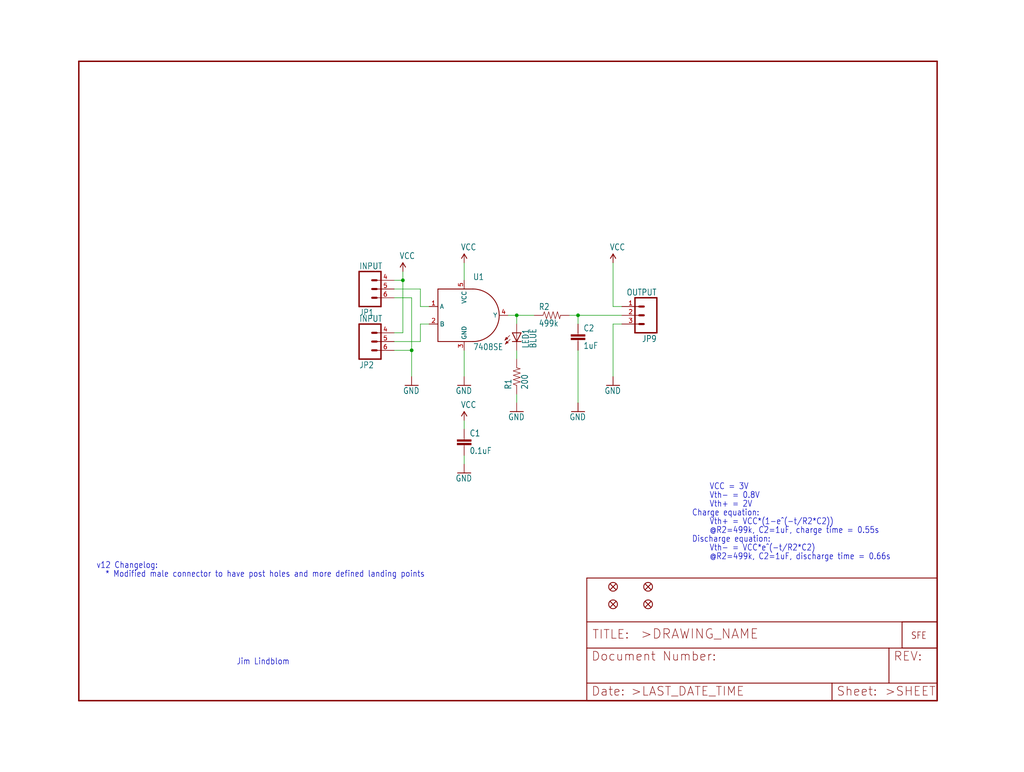
<source format=kicad_sch>
(kicad_sch (version 20211123) (generator eeschema)
  (paper "User" 297.002 223.926)
  (lib_symbols
    (symbol "eagleSchem-eagle-import:7408SE"
      (property "Reference" "U" (at 2.54 10.16 0))
      (property "Value" "7408SE" (at 2.54 -10.16 0))
      (symbol "7408SE_1_0"
        (polyline (pts (xy -7.62 -7.62) (xy -7.62 7.62)) (stroke (width 0.254)))
        (polyline (pts (xy -7.62 -7.62) (xy 2.54 -7.62)) (stroke (width 0.254)))
        (polyline (pts (xy -7.62 7.62) (xy 2.54 7.62)) (stroke (width 0.254)))
        (arc (start 2.54 -7.62) (mid 10.1599 0) (end 2.54 7.62) (stroke (width 0.254)))
        (pin bidirectional line (at -10.16 2.54 0) (length 2.54) (name "A") (number "1"))
        (pin bidirectional line (at -10.16 -2.54 0) (length 2.54) (name "B") (number "2"))
        (pin bidirectional line (at 0 -10.16 90) (length 2.54) (name "GND") (number "3"))
        (pin bidirectional line (at 12.7 0 180) (length 2.54) (name "Y") (number "4"))
        (pin bidirectional line (at 0 10.16 270) (length 2.54) (name "VCC") (number "5"))
      )
    )
    (symbol "eagleSchem-eagle-import:CAP0402-CAP"
      (property "Reference" "C" (at 1.524 2.921 0))
      (property "Value" "CAP0402-CAP" (at 1.524 -2.159 0))
      (symbol "CAP0402-CAP_1_0"
        (rectangle (start -2.032 0.508) (end 2.032 1.016) (fill (type outline)))
        (rectangle (start -2.032 1.524) (end 2.032 2.032) (fill (type outline)))
        (polyline (pts (xy 0 0) (xy 0 0.508)) (stroke (width 0.1524)))
        (polyline (pts (xy 0 2.54) (xy 0 2.032)) (stroke (width 0.1524)))
        (pin passive line (at 0 5.08 270) (length 2.54) (name "1") (number "1"))
        (pin passive line (at 0 -2.54 90) (length 2.54) (name "2") (number "2"))
      )
    )
    (symbol "eagleSchem-eagle-import:FIDUCIALUFIDUCIAL"
      (symbol "FIDUCIALUFIDUCIAL_1_0"
        (polyline (pts (xy -0.762 0.762) (xy 0.762 -0.762)) (stroke (width 0.254)))
        (polyline (pts (xy 0.762 0.762) (xy -0.762 -0.762)) (stroke (width 0.254)))
        (circle (center 0 0) (radius 1.27) (stroke (width 0.254)))
      )
    )
    (symbol "eagleSchem-eagle-import:FRAME-LETTER"
      (symbol "FRAME-LETTER_1_0"
        (polyline (pts (xy 0 0) (xy 248.92 0)) (stroke (width 0.4064)))
        (polyline (pts (xy 0 185.42) (xy 0 0)) (stroke (width 0.4064)))
        (polyline (pts (xy 0 185.42) (xy 248.92 185.42)) (stroke (width 0.4064)))
        (polyline (pts (xy 248.92 185.42) (xy 248.92 0)) (stroke (width 0.4064)))
      )
      (symbol "FRAME-LETTER_2_0"
        (polyline (pts (xy 0 0) (xy 0 5.08)) (stroke (width 0.254)))
        (polyline (pts (xy 0 0) (xy 71.12 0)) (stroke (width 0.254)))
        (polyline (pts (xy 0 5.08) (xy 0 15.24)) (stroke (width 0.254)))
        (polyline (pts (xy 0 5.08) (xy 71.12 5.08)) (stroke (width 0.254)))
        (polyline (pts (xy 0 15.24) (xy 0 22.86)) (stroke (width 0.254)))
        (polyline (pts (xy 0 22.86) (xy 0 35.56)) (stroke (width 0.254)))
        (polyline (pts (xy 0 22.86) (xy 101.6 22.86)) (stroke (width 0.254)))
        (polyline (pts (xy 71.12 0) (xy 101.6 0)) (stroke (width 0.254)))
        (polyline (pts (xy 71.12 5.08) (xy 71.12 0)) (stroke (width 0.254)))
        (polyline (pts (xy 71.12 5.08) (xy 87.63 5.08)) (stroke (width 0.254)))
        (polyline (pts (xy 87.63 5.08) (xy 101.6 5.08)) (stroke (width 0.254)))
        (polyline (pts (xy 87.63 15.24) (xy 0 15.24)) (stroke (width 0.254)))
        (polyline (pts (xy 87.63 15.24) (xy 87.63 5.08)) (stroke (width 0.254)))
        (polyline (pts (xy 101.6 5.08) (xy 101.6 0)) (stroke (width 0.254)))
        (polyline (pts (xy 101.6 15.24) (xy 87.63 15.24)) (stroke (width 0.254)))
        (polyline (pts (xy 101.6 15.24) (xy 101.6 5.08)) (stroke (width 0.254)))
        (polyline (pts (xy 101.6 22.86) (xy 101.6 15.24)) (stroke (width 0.254)))
        (polyline (pts (xy 101.6 35.56) (xy 0 35.56)) (stroke (width 0.254)))
        (polyline (pts (xy 101.6 35.56) (xy 101.6 22.86)) (stroke (width 0.254)))
        (text ">DRAWING_NAME" (at 15.494 17.78 0) (effects (font (size 2.7432 2.7432)) (justify left bottom)))
        (text ">LAST_DATE_TIME" (at 12.7 1.27 0) (effects (font (size 2.54 2.54)) (justify left bottom)))
        (text ">SHEET" (at 86.36 1.27 0) (effects (font (size 2.54 2.54)) (justify left bottom)))
        (text "Date:" (at 1.27 1.27 0) (effects (font (size 2.54 2.54)) (justify left bottom)))
        (text "Document Number:" (at 1.27 11.43 0) (effects (font (size 2.54 2.54)) (justify left bottom)))
        (text "REV:" (at 88.9 11.43 0) (effects (font (size 2.54 2.54)) (justify left bottom)))
        (text "Sheet:" (at 72.39 1.27 0) (effects (font (size 2.54 2.54)) (justify left bottom)))
        (text "TITLE:" (at 1.524 17.78 0) (effects (font (size 2.54 2.54)) (justify left bottom)))
      )
    )
    (symbol "eagleSchem-eagle-import:GND" (power)
      (property "Value" "GND" (at -2.54 -2.54 0))
      (symbol "GND_1_0"
        (polyline (pts (xy -1.905 0) (xy 1.905 0)) (stroke (width 0.254)))
        (pin power_in line (at 0 2.54 270) (length 2.54) (name "GND") (number "1"))
      )
    )
    (symbol "eagleSchem-eagle-import:LED1206"
      (property "Reference" "LED" (at 3.556 -4.572 90))
      (property "Value" "LED1206" (at 5.715 -4.572 90))
      (symbol "LED1206_1_0"
        (polyline (pts (xy -2.032 -0.762) (xy -3.429 -2.159)) (stroke (width 0.1524)))
        (polyline (pts (xy -1.905 -1.905) (xy -3.302 -3.302)) (stroke (width 0.1524)))
        (polyline (pts (xy 0 -2.54) (xy -1.27 -2.54)) (stroke (width 0.254)))
        (polyline (pts (xy 0 -2.54) (xy -1.27 0)) (stroke (width 0.254)))
        (polyline (pts (xy 0 0) (xy -1.27 0)) (stroke (width 0.254)))
        (polyline (pts (xy 0 0) (xy 0 -2.54)) (stroke (width 0.1524)))
        (polyline (pts (xy 1.27 -2.54) (xy 0 -2.54)) (stroke (width 0.254)))
        (polyline (pts (xy 1.27 0) (xy 0 -2.54)) (stroke (width 0.254)))
        (polyline (pts (xy 1.27 0) (xy 0 0)) (stroke (width 0.254)))
        (polyline (pts (xy -3.429 -2.159) (xy -3.048 -1.27) (xy -2.54 -1.778)) (fill (type outline)))
        (polyline (pts (xy -3.302 -3.302) (xy -2.921 -2.413) (xy -2.413 -2.921)) (fill (type outline)))
        (pin passive line (at 0 2.54 270) (length 2.54) (name "A") (number "A"))
        (pin passive line (at 0 -5.08 90) (length 2.54) (name "C") (number "C"))
      )
    )
    (symbol "eagleSchem-eagle-import:LOGO-SFESK"
      (symbol "LOGO-SFESK_1_0"
        (polyline (pts (xy -2.54 -2.54) (xy 7.62 -2.54)) (stroke (width 0.254)))
        (polyline (pts (xy -2.54 5.08) (xy -2.54 -2.54)) (stroke (width 0.254)))
        (polyline (pts (xy 7.62 -2.54) (xy 7.62 5.08)) (stroke (width 0.254)))
        (polyline (pts (xy 7.62 5.08) (xy -2.54 5.08)) (stroke (width 0.254)))
        (text "SFE" (at 0 0 0) (effects (font (size 1.9304 1.6408)) (justify left bottom)))
      )
    )
    (symbol "eagleSchem-eagle-import:M03SMD-RA-FEMALE"
      (property "Reference" "JP" (at -2.54 5.842 0))
      (property "Value" "M03SMD-RA-FEMALE" (at -2.54 -7.62 0))
      (symbol "M03SMD-RA-FEMALE_1_0"
        (polyline (pts (xy -2.54 5.08) (xy -2.54 -5.08)) (stroke (width 0.4064)))
        (polyline (pts (xy -2.54 5.08) (xy 3.81 5.08)) (stroke (width 0.4064)))
        (polyline (pts (xy 1.27 -2.54) (xy 2.54 -2.54)) (stroke (width 0.6096)))
        (polyline (pts (xy 1.27 0) (xy 2.54 0)) (stroke (width 0.6096)))
        (polyline (pts (xy 1.27 2.54) (xy 2.54 2.54)) (stroke (width 0.6096)))
        (polyline (pts (xy 3.81 -5.08) (xy -2.54 -5.08)) (stroke (width 0.4064)))
        (polyline (pts (xy 3.81 -5.08) (xy 3.81 5.08)) (stroke (width 0.4064)))
        (pin passive line (at 7.62 -2.54 180) (length 5.08) (name "1") (number "4"))
        (pin passive line (at 7.62 0 180) (length 5.08) (name "2") (number "5"))
        (pin passive line (at 7.62 2.54 180) (length 5.08) (name "3") (number "6"))
      )
    )
    (symbol "eagleSchem-eagle-import:M03SMD_RA_MALE_POST"
      (property "Reference" "JP" (at -2.54 5.842 0))
      (property "Value" "M03SMD_RA_MALE_POST" (at -2.54 -7.62 0))
      (symbol "M03SMD_RA_MALE_POST_1_0"
        (polyline (pts (xy -2.54 5.08) (xy -2.54 -5.08)) (stroke (width 0.4064)))
        (polyline (pts (xy -2.54 5.08) (xy 3.81 5.08)) (stroke (width 0.4064)))
        (polyline (pts (xy 1.27 -2.54) (xy 2.54 -2.54)) (stroke (width 0.6096)))
        (polyline (pts (xy 1.27 0) (xy 2.54 0)) (stroke (width 0.6096)))
        (polyline (pts (xy 1.27 2.54) (xy 2.54 2.54)) (stroke (width 0.6096)))
        (polyline (pts (xy 3.81 -5.08) (xy -2.54 -5.08)) (stroke (width 0.4064)))
        (polyline (pts (xy 3.81 -5.08) (xy 3.81 5.08)) (stroke (width 0.4064)))
        (pin passive line (at 7.62 -2.54 180) (length 5.08) (name "1") (number "1"))
        (pin passive line (at 7.62 0 180) (length 5.08) (name "2") (number "2"))
        (pin passive line (at 7.62 2.54 180) (length 5.08) (name "3") (number "3"))
      )
    )
    (symbol "eagleSchem-eagle-import:RESISTOR0402-RES"
      (property "Reference" "R" (at -3.81 1.4986 0))
      (property "Value" "RESISTOR0402-RES" (at -3.81 -3.302 0))
      (symbol "RESISTOR0402-RES_1_0"
        (polyline (pts (xy -2.54 0) (xy -2.159 1.016)) (stroke (width 0.1524)))
        (polyline (pts (xy -2.159 1.016) (xy -1.524 -1.016)) (stroke (width 0.1524)))
        (polyline (pts (xy -1.524 -1.016) (xy -0.889 1.016)) (stroke (width 0.1524)))
        (polyline (pts (xy -0.889 1.016) (xy -0.254 -1.016)) (stroke (width 0.1524)))
        (polyline (pts (xy -0.254 -1.016) (xy 0.381 1.016)) (stroke (width 0.1524)))
        (polyline (pts (xy 0.381 1.016) (xy 1.016 -1.016)) (stroke (width 0.1524)))
        (polyline (pts (xy 1.016 -1.016) (xy 1.651 1.016)) (stroke (width 0.1524)))
        (polyline (pts (xy 1.651 1.016) (xy 2.286 -1.016)) (stroke (width 0.1524)))
        (polyline (pts (xy 2.286 -1.016) (xy 2.54 0)) (stroke (width 0.1524)))
        (pin passive line (at -5.08 0 0) (length 2.54) (name "1") (number "1"))
        (pin passive line (at 5.08 0 180) (length 2.54) (name "2") (number "2"))
      )
    )
    (symbol "eagleSchem-eagle-import:VCC" (power)
      (property "Value" "VCC" (at -1.016 3.556 0))
      (symbol "VCC_1_0"
        (polyline (pts (xy 0 2.54) (xy -0.762 1.27)) (stroke (width 0.254)))
        (polyline (pts (xy 0.762 1.27) (xy 0 2.54)) (stroke (width 0.254)))
        (pin power_in line (at 0 0 90) (length 2.54) (name "VCC") (number "1"))
      )
    )
  )
  (junction (at 149.86 91.44))
  (junction (at 119.38 101.6))
  (junction (at 116.84 81.28))
  (junction (at 167.64 91.44))
  (wire (pts (xy 114.3 83.82) (xy 121.92 83.82)))
  (wire (pts (xy 149.86 104.14) (xy 149.86 101.6)))
  (wire (pts (xy 167.64 91.44) (xy 167.64 93.98)))
  (wire (pts (xy 180.34 93.98) (xy 177.8 93.98)))
  (wire (pts (xy 149.86 93.98) (xy 149.86 91.44)))
  (wire (pts (xy 119.38 101.6) (xy 119.38 109.22)))
  (wire (pts (xy 114.3 99.06) (xy 121.92 99.06)))
  (wire (pts (xy 121.92 93.98) (xy 124.46 93.98)))
  (wire (pts (xy 134.62 121.92) (xy 134.62 124.46)))
  (wire (pts (xy 114.3 101.6) (xy 119.38 101.6)))
  (wire (pts (xy 134.62 109.22) (xy 134.62 101.6)))
  (wire (pts (xy 121.92 99.06) (xy 121.92 93.98)))
  (wire (pts (xy 147.32 91.44) (xy 149.86 91.44)))
  (wire (pts (xy 114.3 81.28) (xy 116.84 81.28)))
  (wire (pts (xy 134.62 134.62) (xy 134.62 132.08)))
  (wire (pts (xy 167.64 91.44) (xy 180.34 91.44)))
  (wire (pts (xy 121.92 88.9) (xy 124.46 88.9)))
  (wire (pts (xy 165.1 91.44) (xy 167.64 91.44)))
  (wire (pts (xy 116.84 81.28) (xy 116.84 78.74)))
  (wire (pts (xy 119.38 86.36) (xy 119.38 101.6)))
  (wire (pts (xy 154.94 91.44) (xy 149.86 91.44)))
  (wire (pts (xy 180.34 88.9) (xy 177.8 88.9)))
  (wire (pts (xy 149.86 114.3) (xy 149.86 116.84)))
  (wire (pts (xy 167.64 116.84) (xy 167.64 101.6)))
  (wire (pts (xy 121.92 83.82) (xy 121.92 88.9)))
  (wire (pts (xy 177.8 93.98) (xy 177.8 109.22)))
  (wire (pts (xy 114.3 86.36) (xy 119.38 86.36)))
  (wire (pts (xy 114.3 96.52) (xy 116.84 96.52)))
  (wire (pts (xy 116.84 96.52) (xy 116.84 81.28)))
  (wire (pts (xy 134.62 76.2) (xy 134.62 81.28)))
  (wire (pts (xy 177.8 88.9) (xy 177.8 76.2)))
  (text "Discharge equation:" (at 200.66 157.48 180) (effects (font (size 1.778 1.5113)) (justify left bottom)))
  (text "VCC = 3V" (at 205.74 142.24 180) (effects (font (size 1.778 1.5113)) (justify left bottom)))
  (text "Vth+ = 2V" (at 205.74 147.32 180) (effects (font (size 1.778 1.5113)) (justify left bottom)))
  (text "Jim Lindblom" (at 68.58 193.04 180) (effects (font (size 1.778 1.5113)) (justify left bottom)))
  (text "Vth- = VCC*e^(-t/R2*C2)" (at 205.74 160.02 180) (effects (font (size 1.778 1.5113)) (justify left bottom)))
  (text "* Modified male connector to have post holes and more defined landing points" (at 30.48 167.64 180) (effects (font (size 1.778 1.5113)) (justify left bottom)))
  (text "@R2=499k, C2=1uF, charge time = 0.55s" (at 205.74 154.94 180) (effects (font (size 1.778 1.5113)) (justify left bottom)))
  (text "Vth+ = VCC*(1-e^(-t/R2*C2))" (at 205.74 152.4 180) (effects (font (size 1.778 1.5113)) (justify left bottom)))
  (text "Vth- = 0.8V" (at 205.74 144.78 180) (effects (font (size 1.778 1.5113)) (justify left bottom)))
  (text "Charge equation:" (at 200.66 149.86 180) (effects (font (size 1.778 1.5113)) (justify left bottom)))
  (text "@R2=499k, C2=1uF, discharge time = 0.66s" (at 205.74 162.56 180) (effects (font (size 1.778 1.5113)) (justify left bottom)))
  (text "v12 Changelog:" (at 27.94 165.1 180) (effects (font (size 1.778 1.5113)) (justify left bottom)))
  (symbol (lib_id "eagleSchem-eagle-import:LED1206") (at 149.86 96.52 0) (unit 1)
    (property "Reference" "LED1" (at 153.416 101.092 90) (effects (font (size 1.778 1.5113)) (justify left bottom)))
    (property "Value" "BLUE" (at 155.575 101.092 90) (effects (font (size 1.778 1.5113)) (justify left bottom)))
    (property "Footprint" "eagleSchem:LED-1206" (effects hide))
  )
  (symbol (lib_id "eagleSchem-eagle-import:FRAME-LETTER") (at 22.86 203.2 0) (unit 1)
    (property "Reference" "#FRAME1" (effects hide))
    (property "Value" "FRAME-LETTER" (effects hide))
    (property "Footprint" "eagleSchem:" (effects hide))
  )
  (symbol (lib_id "eagleSchem-eagle-import:GND") (at 177.8 111.76 0) (unit 1)
    (property "Reference" "#GND2" (effects hide))
    (property "Value" "GND" (at 175.26 114.3 0) (effects (font (size 1.778 1.5113)) (justify left bottom)))
    (property "Footprint" "eagleSchem:" (effects hide))
  )
  (symbol (lib_id "eagleSchem-eagle-import:GND") (at 149.86 119.38 0) (unit 1)
    (property "Reference" "#GND4" (effects hide))
    (property "Value" "GND" (at 147.32 121.92 0) (effects (font (size 1.778 1.5113)) (justify left bottom)))
    (property "Footprint" "eagleSchem:" (effects hide))
  )
  (symbol (lib_id "eagleSchem-eagle-import:M03SMD_RA_MALE_POST") (at 187.96 91.44 180) (unit 1)
    (property "Reference" "JP9" (at 190.5 97.282 0) (effects (font (size 1.778 1.5113)) (justify left bottom)))
    (property "Value" "OUTPUT" (at 190.5 83.82 0) (effects (font (size 1.778 1.5113)) (justify left bottom)))
    (property "Footprint" "eagleSchem:1X03_SMD_RA_MALE_POST" (effects hide))
  )
  (symbol (lib_id "eagleSchem-eagle-import:LOGO-SFESK") (at 264.16 185.42 0) (unit 1)
    (property "Reference" "JP5" (effects hide))
    (property "Value" "LOGO-SFESK" (effects hide))
    (property "Footprint" "eagleSchem:SFE-LOGO-FLAME" (effects hide))
  )
  (symbol (lib_id "eagleSchem-eagle-import:FIDUCIALUFIDUCIAL") (at 187.96 175.26 0) (unit 1)
    (property "Reference" "JP6" (effects hide))
    (property "Value" "FIDUCIALUFIDUCIAL" (effects hide))
    (property "Footprint" "eagleSchem:MICRO-FIDUCIAL" (effects hide))
  )
  (symbol (lib_id "eagleSchem-eagle-import:FRAME-LETTER") (at 170.18 203.2 0) (unit 2)
    (property "Reference" "#FRAME1" (effects hide))
    (property "Value" "FRAME-LETTER" (effects hide))
    (property "Footprint" "eagleSchem:" (effects hide))
  )
  (symbol (lib_id "eagleSchem-eagle-import:GND") (at 134.62 111.76 0) (unit 1)
    (property "Reference" "#GND3" (effects hide))
    (property "Value" "GND" (at 132.08 114.3 0) (effects (font (size 1.778 1.5113)) (justify left bottom)))
    (property "Footprint" "eagleSchem:" (effects hide))
  )
  (symbol (lib_id "eagleSchem-eagle-import:GND") (at 119.38 111.76 0) (unit 1)
    (property "Reference" "#GND1" (effects hide))
    (property "Value" "GND" (at 116.84 114.3 0) (effects (font (size 1.778 1.5113)) (justify left bottom)))
    (property "Footprint" "eagleSchem:" (effects hide))
  )
  (symbol (lib_id "eagleSchem-eagle-import:M03SMD-RA-FEMALE") (at 106.68 99.06 0) (mirror x) (unit 1)
    (property "Reference" "JP2" (at 104.14 104.902 0) (effects (font (size 1.778 1.5113)) (justify left bottom)))
    (property "Value" "INPUT" (at 104.14 91.44 0) (effects (font (size 1.778 1.5113)) (justify left bottom)))
    (property "Footprint" "eagleSchem:1X03-SMD-FEMALE" (effects hide))
  )
  (symbol (lib_id "eagleSchem-eagle-import:VCC") (at 134.62 121.92 0) (unit 1)
    (property "Reference" "#P+4" (effects hide))
    (property "Value" "VCC" (at 133.604 118.364 0) (effects (font (size 1.778 1.5113)) (justify left bottom)))
    (property "Footprint" "eagleSchem:" (effects hide))
  )
  (symbol (lib_id "eagleSchem-eagle-import:RESISTOR0402-RES") (at 160.02 91.44 0) (unit 1)
    (property "Reference" "R2" (at 156.21 89.9414 0) (effects (font (size 1.778 1.5113)) (justify left bottom)))
    (property "Value" "499k" (at 156.21 94.742 0) (effects (font (size 1.778 1.5113)) (justify left bottom)))
    (property "Footprint" "eagleSchem:0402-RES" (effects hide))
  )
  (symbol (lib_id "eagleSchem-eagle-import:FIDUCIALUFIDUCIAL") (at 187.96 170.18 0) (unit 1)
    (property "Reference" "JP8" (effects hide))
    (property "Value" "FIDUCIALUFIDUCIAL" (effects hide))
    (property "Footprint" "eagleSchem:MICRO-FIDUCIAL" (effects hide))
  )
  (symbol (lib_id "eagleSchem-eagle-import:CAP0402-CAP") (at 134.62 129.54 0) (unit 1)
    (property "Reference" "C1" (at 136.144 126.619 0) (effects (font (size 1.778 1.5113)) (justify left bottom)))
    (property "Value" "0.1uF" (at 136.144 131.699 0) (effects (font (size 1.778 1.5113)) (justify left bottom)))
    (property "Footprint" "eagleSchem:0402-CAP" (effects hide))
  )
  (symbol (lib_id "eagleSchem-eagle-import:7408SE") (at 134.62 91.44 0) (unit 1)
    (property "Reference" "U1" (at 137.16 81.28 0) (effects (font (size 1.778 1.5113)) (justify left bottom)))
    (property "Value" "7408SE" (at 137.16 101.6 0) (effects (font (size 1.778 1.5113)) (justify left bottom)))
    (property "Footprint" "eagleSchem:SOT353" (effects hide))
  )
  (symbol (lib_id "eagleSchem-eagle-import:FIDUCIALUFIDUCIAL") (at 177.8 175.26 0) (unit 1)
    (property "Reference" "JP4" (effects hide))
    (property "Value" "FIDUCIALUFIDUCIAL" (effects hide))
    (property "Footprint" "eagleSchem:MICRO-FIDUCIAL" (effects hide))
  )
  (symbol (lib_id "eagleSchem-eagle-import:VCC") (at 116.84 78.74 0) (unit 1)
    (property "Reference" "#P+1" (effects hide))
    (property "Value" "VCC" (at 115.824 75.184 0) (effects (font (size 1.778 1.5113)) (justify left bottom)))
    (property "Footprint" "eagleSchem:" (effects hide))
  )
  (symbol (lib_id "eagleSchem-eagle-import:GND") (at 167.64 119.38 0) (unit 1)
    (property "Reference" "#GND6" (effects hide))
    (property "Value" "GND" (at 165.1 121.92 0) (effects (font (size 1.778 1.5113)) (justify left bottom)))
    (property "Footprint" "eagleSchem:" (effects hide))
  )
  (symbol (lib_id "eagleSchem-eagle-import:VCC") (at 177.8 76.2 0) (unit 1)
    (property "Reference" "#P+2" (effects hide))
    (property "Value" "VCC" (at 176.784 72.644 0) (effects (font (size 1.778 1.5113)) (justify left bottom)))
    (property "Footprint" "eagleSchem:" (effects hide))
  )
  (symbol (lib_id "eagleSchem-eagle-import:GND") (at 134.62 137.16 0) (unit 1)
    (property "Reference" "#GND5" (effects hide))
    (property "Value" "GND" (at 132.08 139.7 0) (effects (font (size 1.778 1.5113)) (justify left bottom)))
    (property "Footprint" "eagleSchem:" (effects hide))
  )
  (symbol (lib_id "eagleSchem-eagle-import:RESISTOR0402-RES") (at 149.86 109.22 90) (unit 1)
    (property "Reference" "R1" (at 148.3614 113.03 0) (effects (font (size 1.778 1.5113)) (justify left bottom)))
    (property "Value" "200" (at 153.162 113.03 0) (effects (font (size 1.778 1.5113)) (justify left bottom)))
    (property "Footprint" "eagleSchem:0402-RES" (effects hide))
  )
  (symbol (lib_id "eagleSchem-eagle-import:FIDUCIALUFIDUCIAL") (at 177.8 170.18 0) (unit 1)
    (property "Reference" "JP7" (effects hide))
    (property "Value" "FIDUCIALUFIDUCIAL" (effects hide))
    (property "Footprint" "eagleSchem:MICRO-FIDUCIAL" (effects hide))
  )
  (symbol (lib_id "eagleSchem-eagle-import:VCC") (at 134.62 76.2 0) (unit 1)
    (property "Reference" "#P+3" (effects hide))
    (property "Value" "VCC" (at 133.604 72.644 0) (effects (font (size 1.778 1.5113)) (justify left bottom)))
    (property "Footprint" "eagleSchem:" (effects hide))
  )
  (symbol (lib_id "eagleSchem-eagle-import:M03SMD-RA-FEMALE") (at 106.68 83.82 0) (mirror x) (unit 1)
    (property "Reference" "JP1" (at 104.14 89.662 0) (effects (font (size 1.778 1.5113)) (justify left bottom)))
    (property "Value" "INPUT" (at 104.14 76.2 0) (effects (font (size 1.778 1.5113)) (justify left bottom)))
    (property "Footprint" "eagleSchem:1X03-SMD-FEMALE" (effects hide))
  )
  (symbol (lib_id "eagleSchem-eagle-import:CAP0402-CAP") (at 167.64 99.06 0) (unit 1)
    (property "Reference" "C2" (at 169.164 96.139 0) (effects (font (size 1.778 1.5113)) (justify left bottom)))
    (property "Value" "1uF" (at 169.164 101.219 0) (effects (font (size 1.778 1.5113)) (justify left bottom)))
    (property "Footprint" "eagleSchem:0402-CAP" (effects hide))
  )
)
</source>
